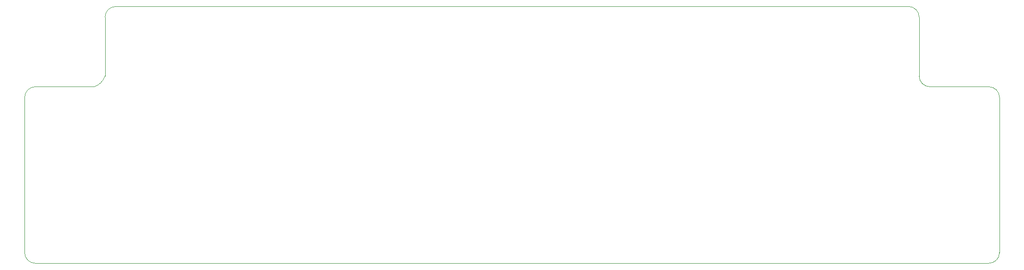
<source format=gbr>
G04 #@! TF.FileFunction,Profile,NP*
%FSLAX46Y46*%
G04 Gerber Fmt 4.6, Leading zero omitted, Abs format (unit mm)*
G04 Created by KiCad (PCBNEW 4.0.7-e2-6376~58~ubuntu16.04.1) date Thu Jul 12 19:01:00 2018*
%MOMM*%
%LPD*%
G01*
G04 APERTURE LIST*
%ADD10C,0.100000*%
G04 APERTURE END LIST*
D10*
X217000000Y-91000000D02*
X217000000Y-102000000D01*
X219000000Y-104000000D02*
X230000000Y-104000000D01*
X232000000Y-106000000D02*
G75*
G03X230000000Y-104000000I-2000000J0D01*
G01*
X217000000Y-102000000D02*
G75*
G03X219000000Y-104000000I2000000J0D01*
G01*
X65000000Y-102000000D02*
X65000000Y-91000000D01*
X52000000Y-104000000D02*
X63000000Y-104000000D01*
X50000000Y-106000000D02*
G75*
G02X52000000Y-104000000I2000000J0D01*
G01*
X63000000Y-104000001D02*
G75*
G03X65000000Y-102000000I-1000000J3000001D01*
G01*
X230000000Y-137000000D02*
G75*
G03X232000000Y-135000000I0J2000000D01*
G01*
X217000000Y-91000000D02*
G75*
G03X215000000Y-89000000I-2000000J0D01*
G01*
X65000000Y-91000000D02*
G75*
G02X67000000Y-89000000I2000000J0D01*
G01*
X50000000Y-135000000D02*
G75*
G03X52000000Y-137000000I2000000J0D01*
G01*
X215000000Y-89000000D02*
X67000000Y-89000000D01*
X232000000Y-135000000D02*
X232000000Y-106000000D01*
X52000000Y-137000000D02*
X230000000Y-137000000D01*
X50000000Y-106000000D02*
X50000000Y-135000000D01*
M02*

</source>
